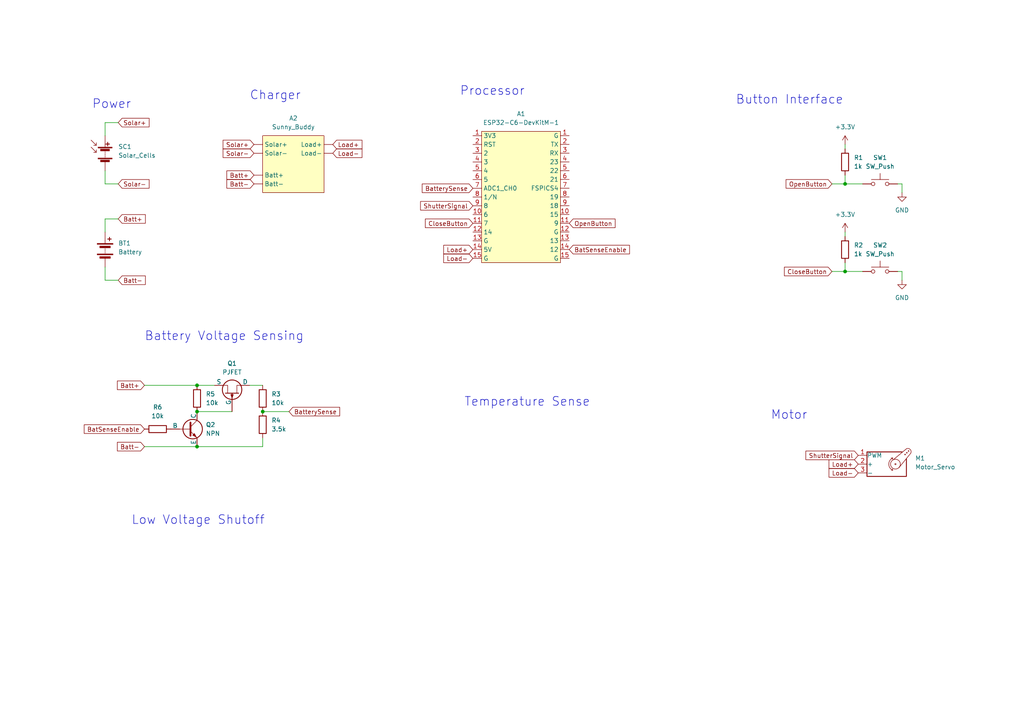
<source format=kicad_sch>
(kicad_sch (version 20230121) (generator eeschema)
  (paper "A4")
  (lib_symbols
    (symbol "Device:Battery" (pin_numbers hide) (pin_names (offset 0) hide)
      (property "Reference" "BT" (at 2.54 2.54 0))
      (property "Value" "Battery" (at 2.54 0 0))
      (symbol "Battery_0_1"
        (rectangle (start -2.286 -1.27) (end 2.286 -1.524) (fill (type outline)))
        (rectangle (start -2.286 1.778) (end 2.286 1.524) (fill (type outline)))
        (rectangle (start -1.524 -2.032) (end 1.524 -2.54) (fill (type outline)))
        (rectangle (start -1.524 1.016) (end 1.524 0.508) (fill (type outline)))
        (polyline (pts (xy 0 -1.016) (xy 0 -0.762)))
        (polyline (pts (xy 0 -0.508) (xy 0 -0.254)))
        (polyline (pts (xy 0 0) (xy 0 0.254)))
        (polyline (pts (xy 0 1.778) (xy 0 2.54)))
        (polyline (pts (xy 0.762 3.048) (xy 1.778 3.048)) (stroke (width 0.254)))
        (polyline (pts (xy 1.27 3.556) (xy 1.27 2.54)) (stroke (width 0.254)))
      )
      (symbol "Battery_1_1"
        (pin passive line (at 0 5.08 270) (length 2.54) (name "+") (number "1"))
        (pin passive line (at 0 -5.08 90) (length 2.54) (name "-") (number "2"))
      )
    )
    (symbol "Device:R" (pin_numbers hide) (pin_names (offset 0))
      (property "Reference" "R" (at 2.032 0 90))
      (property "Value" "R" (at 0 0 90))
      (symbol "R_0_1"
        (rectangle (start -1.016 -2.54) (end 1.016 2.54) (stroke (width 0.254)))
      )
      (symbol "R_1_1"
        (pin passive line (at 0 3.81 270) (length 1.27) (name "~") (number "1"))
        (pin passive line (at 0 -3.81 90) (length 1.27) (name "~") (number "2"))
      )
    )
    (symbol "Device:Solar_Cells" (pin_numbers hide) (pin_names (offset 0) hide)
      (property "Reference" "SC" (at 2.54 2.54 0))
      (property "Value" "Solar_Cells" (at 2.54 0 0))
      (symbol "Solar_Cells_0_1"
        (rectangle (start -2.032 -1.397) (end 2.032 -1.651) (fill (type outline)))
        (rectangle (start -2.032 1.778) (end 2.032 1.524) (fill (type outline)))
        (rectangle (start -1.3208 -1.9812) (end 1.27 -2.4892) (fill (type outline)))
        (rectangle (start -1.3208 1.1938) (end 1.27 0.6858) (fill (type outline)))
        (polyline (pts (xy -2.54 0.254) (xy -4.064 1.778)))
        (polyline (pts (xy -2.54 2.286) (xy -4.064 3.81)))
        (polyline (pts (xy 0 -1.524) (xy 0 -1.27)))
        (polyline (pts (xy 0 -1.016) (xy 0 -0.762)))
        (polyline (pts (xy 0 -0.508) (xy 0 -0.254)))
        (polyline (pts (xy 0 0) (xy 0 0.254)))
        (polyline (pts (xy 0 0.508) (xy 0 0.762)))
        (polyline (pts (xy 0 1.778) (xy 0 2.54)))
        (polyline (pts (xy 0.254 2.667) (xy 1.27 2.667)) (stroke (width 0.254)))
        (polyline (pts (xy 0.762 3.175) (xy 0.762 2.159)) (stroke (width 0.254)))
        (polyline (pts (xy -2.54 1.016) (xy -2.54 0.254) (xy -3.302 0.254)))
        (polyline (pts (xy -2.54 3.048) (xy -2.54 2.286) (xy -3.302 2.286)))
      )
      (symbol "Solar_Cells_1_1"
        (pin passive line (at 0 5.08 270) (length 2.54) (name "+") (number "1"))
        (pin passive line (at 0 -5.08 90) (length 2.54) (name "-") (number "2"))
      )
    )
    (symbol "Motor:Motor_Servo" (pin_names (offset 0.0254))
      (property "Reference" "M" (at -5.08 4.445 0))
      (property "Value" "Motor_Servo" (at -5.08 -4.064 0))
      (symbol "Motor_Servo_0_1"
        (polyline (pts (xy 2.413 -1.778) (xy 2.032 -1.778)))
        (polyline (pts (xy 2.413 -1.778) (xy 2.286 -1.397)))
        (polyline (pts (xy 2.413 1.778) (xy 1.905 1.778)))
        (polyline (pts (xy 2.413 1.778) (xy 2.286 1.397)))
        (polyline (pts (xy 6.35 4.445) (xy 2.54 1.27)))
        (polyline (pts (xy 7.62 3.175) (xy 4.191 -1.016)))
        (polyline (pts (xy 5.08 3.556) (xy -5.08 3.556) (xy -5.08 -3.556) (xy 6.35 -3.556) (xy 6.35 1.524)) (stroke (width 0.254)))
        (arc (start 2.413 1.778) (mid 1.2406 0) (end 2.413 -1.778))
        (circle (center 3.175 0) (radius 0.1778))
        (circle (center 3.175 0) (radius 1.4224))
        (circle (center 5.969 2.794) (radius 0.127))
        (circle (center 6.477 3.302) (radius 0.127))
        (circle (center 6.985 3.81) (radius 0.127))
        (arc (start 7.62 3.175) (mid 7.4485 4.2735) (end 6.35 4.445))
      )
      (symbol "Motor_Servo_1_1"
        (pin passive line (at -7.62 2.54 0) (length 2.54) (name "PWM") (number "1"))
        (pin passive line (at -7.62 0 0) (length 2.54) (name "+") (number "2"))
        (pin passive line (at -7.62 -2.54 0) (length 2.54) (name "-") (number "3"))
      )
    )
    (symbol "Simulation_SPICE:NPN" (pin_numbers hide) (pin_names (offset 0))
      (property "Reference" "Q" (at -2.54 7.62 0))
      (property "Value" "NPN" (at -2.54 5.08 0))
      (symbol "NPN_0_1"
        (polyline (pts (xy -2.54 0) (xy 0.635 0)) (stroke (width 0.1524)))
        (polyline (pts (xy 0.635 0.635) (xy 2.54 2.54)))
        (polyline (pts (xy 2.794 -1.27) (xy 2.794 -1.27)) (stroke (width 0.1524)))
        (polyline (pts (xy 2.794 -1.27) (xy 2.794 -1.27)) (stroke (width 0.1524)))
        (polyline (pts (xy 0.635 -0.635) (xy 2.54 -2.54) (xy 2.54 -2.54)))
        (polyline (pts (xy 0.635 1.905) (xy 0.635 -1.905) (xy 0.635 -1.905)) (stroke (width 0.508)))
        (polyline (pts (xy 1.27 -1.778) (xy 1.778 -1.27) (xy 2.286 -2.286) (xy 1.27 -1.778) (xy 1.27 -1.778)) (fill (type outline)))
        (circle (center 1.27 0) (radius 2.8194) (stroke (width 0.254)))
      )
      (symbol "NPN_1_1"
        (pin open_collector line (at 2.54 5.08 270) (length 2.54) (name "C") (number "1"))
        (pin input line (at -5.08 0 0) (length 2.54) (name "B") (number "2"))
        (pin open_emitter line (at 2.54 -5.08 90) (length 2.54) (name "E") (number "3"))
      )
    )
    (symbol "Simulation_SPICE:PJFET" (pin_numbers hide) (pin_names (offset 0))
      (property "Reference" "Q" (at 5.08 1.27 0))
      (property "Value" "PJFET" (at 5.08 -1.27 0))
      (symbol "PJFET_0_1"
        (polyline (pts (xy 0.254 1.905) (xy 0.254 -1.905) (xy 0.254 -1.905)) (stroke (width 0.254)))
        (polyline (pts (xy 2.54 -2.54) (xy 2.54 -1.27) (xy 0.254 -1.27)))
        (polyline (pts (xy 2.54 2.54) (xy 2.54 1.397) (xy 0.254 1.397)))
        (polyline (pts (xy -1.143 0) (xy -0.127 0.381) (xy -0.127 -0.381) (xy -1.143 0)) (fill (type outline)))
        (circle (center 1.27 0) (radius 2.8194) (stroke (width 0.254)))
      )
      (symbol "PJFET_1_1"
        (pin passive line (at 2.54 5.08 270) (length 2.54) (name "D") (number "1"))
        (pin input line (at -5.08 0 0) (length 5.334) (name "G") (number "2"))
        (pin passive line (at 2.54 -5.08 90) (length 2.54) (name "S") (number "3"))
      )
    )
    (symbol "Switch:SW_Push" (pin_numbers hide) (pin_names (offset 1.016) hide)
      (property "Reference" "SW" (at 1.27 2.54 0))
      (property "Value" "SW_Push" (at 0 -1.524 0))
      (symbol "SW_Push_0_1"
        (circle (center -2.032 0) (radius 0.508))
        (polyline (pts (xy 0 1.27) (xy 0 3.048)))
        (polyline (pts (xy 2.54 1.27) (xy -2.54 1.27)))
        (circle (center 2.032 0) (radius 0.508))
        (pin passive line (at -5.08 0 0) (length 2.54) (name "1") (number "1"))
        (pin passive line (at 5.08 0 180) (length 2.54) (name "2") (number "2"))
      )
    )
    (symbol "library:ESP32-C6-DevKitM-1"
      (property "Reference" "A" (at -10.16 20.32 0))
      (property "Value" "ESP32-C6-DevKitM-1" (at 0 -20.32 0))
      (symbol "ESP32-C6-DevKitM-1_1_1"
        (rectangle (start -11.43 19.05) (end 11.43 -19.05) (fill (type background)))
        (pin power_out line (at -13.97 17.78 0) (length 2.54) (name "3V3") (number "1"))
        (pin power_in line (at 13.9615 17.8022 180) (length 2.54) (name "G") (number "1"))
        (pin tri_state line (at 13.9615 -5.0578 180) (length 2.54) (name "15") (number "10"))
        (pin tri_state line (at -13.97 -5.08 0) (length 2.54) (name "6") (number "10"))
        (pin tri_state line (at -13.97 -7.62 0) (length 2.54) (name "7") (number "11"))
        (pin tri_state line (at 13.9615 -7.5978 180) (length 2.54) (name "9") (number "11"))
        (pin tri_state line (at -13.97 -10.16 0) (length 2.54) (name "14") (number "12"))
        (pin power_in line (at 13.9615 -10.1378 180) (length 2.54) (name "G") (number "12"))
        (pin tri_state line (at 13.9615 -12.6778 180) (length 2.54) (name "13") (number "13"))
        (pin power_in line (at -13.97 -12.7 0) (length 2.54) (name "G") (number "13"))
        (pin tri_state line (at 13.9615 -15.2178 180) (length 2.54) (name "12") (number "14"))
        (pin power_out line (at -13.97 -15.24 0) (length 2.54) (name "5V") (number "14"))
        (pin power_in line (at -13.97 -17.78 0) (length 2.54) (name "G") (number "15"))
        (pin power_in line (at 13.97 -17.78 180) (length 2.54) (name "G") (number "15"))
        (pin input line (at -13.97 15.24 0) (length 2.54) (name "RST") (number "2"))
        (pin tri_state line (at 13.9615 15.2622 180) (length 2.54) (name "TX") (number "2"))
        (pin tri_state line (at -13.97 12.7 0) (length 2.54) (name "2") (number "3"))
        (pin tri_state line (at 13.9615 12.7222 180) (length 2.54) (name "RX") (number "3"))
        (pin tri_state line (at 13.9615 10.1822 180) (length 2.54) (name "23") (number "4"))
        (pin tri_state line (at -13.97 10.16 0) (length 2.54) (name "3") (number "4"))
        (pin tri_state line (at 13.9615 7.6422 180) (length 2.54) (name "22") (number "5"))
        (pin tri_state line (at -13.97 7.62 0) (length 2.54) (name "4") (number "5"))
        (pin tri_state line (at 13.9615 5.1022 180) (length 2.54) (name "21") (number "6"))
        (pin tri_state line (at -13.97 5.08 0) (length 2.54) (name "5") (number "6"))
        (pin tri_state line (at -13.97 2.54 0) (length 2.54) (name "0/N") (number "7") (alternate "ADC1_CH0" tri_state line))
        (pin tri_state line (at 13.9615 2.5622 180) (length 2.54) (name "20") (number "7"))
        (pin tri_state line (at -13.97 0 0) (length 2.54) (name "1/N") (number "8"))
        (pin tri_state line (at 13.9615 0.0222 180) (length 2.54) (name "19") (number "8"))
        (pin tri_state line (at 13.9615 -2.5178 180) (length 2.54) (name "18") (number "9") (alternate "" input line))
        (pin tri_state line (at -13.97 -2.54 0) (length 2.54) (name "8") (number "9"))
      )
    )
    (symbol "library:Sunny_Buddy"
      (property "Reference" "A2" (at 0 12.7 0))
      (property "Value" "Sunny_Buddy" (at 0 10.16 0))
      (symbol "Sunny_Buddy_1_1"
        (rectangle (start -8.89 7.62) (end 8.89 -8.89) (fill (type background)))
        (pin power_out line (at -11.43 -3.81 0) (length 2.54) (name "Batt+") (number ""))
        (pin power_out line (at -11.43 -6.35 0) (length 2.54) (name "Batt-") (number ""))
        (pin power_out line (at 11.43 5.08 180) (length 2.54) (name "Load+") (number ""))
        (pin power_out line (at 11.43 2.54 180) (length 2.54) (name "Load-") (number ""))
        (pin power_in line (at -11.43 5.08 0) (length 2.54) (name "Solar+") (number ""))
        (pin power_in line (at -11.43 2.54 0) (length 2.54) (name "Solar-") (number ""))
      )
    )
    (symbol "power:+3.3V" (power) (pin_names (offset 0))
      (property "Value" "+3.3V" (at 0 3.556 0))
      (symbol "+3.3V_0_1"
        (polyline (pts (xy -0.762 1.27) (xy 0 2.54)))
        (polyline (pts (xy 0 0) (xy 0 2.54)))
        (polyline (pts (xy 0 2.54) (xy 0.762 1.27)))
      )
      (symbol "+3.3V_1_1"
        (pin power_in line (at 0 0 90) (length 0) hide (name "+3.3V") (number "1"))
      )
    )
    (symbol "power:GND" (power) (pin_names (offset 0))
      (property "Value" "GND" (at 0 -3.81 0))
      (symbol "GND_0_1"
        (polyline (pts (xy 0 0) (xy 0 -1.27) (xy 1.27 -1.27) (xy 0 -2.54) (xy -1.27 -1.27) (xy 0 -1.27)))
      )
      (symbol "GND_1_1"
        (pin power_in line (at 0 0 270) (length 0) hide (name "GND") (number "1"))
      )
    )
  )
  (junction (at 245.11 53.34))
  (junction (at 57.15 111.76))
  (junction (at 57.15 129.54))
  (junction (at 57.15 119.38))
  (junction (at 245.11 78.74))
  (junction (at 76.2 119.38))
  (wire (pts (xy 261.62 53.34) (xy 260.35 53.34)))
  (wire (pts (xy 245.11 78.74) (xy 250.19 78.74)))
  (wire (pts (xy 245.11 76.2) (xy 245.11 78.74)))
  (wire (pts (xy 57.15 111.76) (xy 62.23 111.76)))
  (wire (pts (xy 30.48 63.5) (xy 34.29 63.5)))
  (wire (pts (xy 261.62 78.74) (xy 260.35 78.74)))
  (wire (pts (xy 30.48 53.34) (xy 34.29 53.34)))
  (wire (pts (xy 76.2 129.54) (xy 76.2 127)))
  (wire (pts (xy 34.29 81.28) (xy 30.48 81.28)))
  (wire (pts (xy 34.29 35.56) (xy 30.48 35.56)))
  (wire (pts (xy 261.62 55.88) (xy 261.62 53.34)))
  (wire (pts (xy 30.48 77.47) (xy 30.48 81.28)))
  (wire (pts (xy 72.39 111.76) (xy 76.2 111.76)))
  (wire (pts (xy 57.15 119.38) (xy 67.31 119.38)))
  (wire (pts (xy 245.11 53.34) (xy 250.19 53.34)))
  (wire (pts (xy 76.2 119.38) (xy 83.82 119.38)))
  (wire (pts (xy 57.15 129.54) (xy 76.2 129.54)))
  (wire (pts (xy 245.11 41.91) (xy 245.11 43.18)))
  (wire (pts (xy 241.3 78.74) (xy 245.11 78.74)))
  (wire (pts (xy 30.48 67.31) (xy 30.48 63.5)))
  (wire (pts (xy 245.11 50.8) (xy 245.11 53.34)))
  (wire (pts (xy 41.91 129.54) (xy 57.15 129.54)))
  (wire (pts (xy 261.62 81.28) (xy 261.62 78.74)))
  (wire (pts (xy 30.48 35.56) (xy 30.48 39.37)))
  (wire (pts (xy 41.91 111.76) (xy 57.15 111.76)))
  (wire (pts (xy 245.11 67.31) (xy 245.11 68.58)))
  (wire (pts (xy 241.3 53.34) (xy 245.11 53.34)))
  (wire (pts (xy 30.48 49.53) (xy 30.48 53.34)))
  (text "Battery Voltage Sensing" (at 41.91 99.06 0) (effects (font (size 2.54 2.54)) (justify left bottom)))
  (text "Button Interface" (at 213.36 30.48 0) (effects (font (size 2.54 2.54)) (justify left bottom)))
  (text "Low Voltage Shutoff" (at 38.1 152.4 0) (effects (font (size 2.54 2.54)) (justify left bottom)))
  (text "Power" (at 26.67 31.75 0) (effects (font (size 2.54 2.54)) (justify left bottom)))
  (text "Processor" (at 133.35 27.94 0) (effects (font (size 2.54 2.54)) (justify left bottom)))
  (text "Temperature Sense" (at 134.62 118.11 0) (effects (font (size 2.54 2.54)) (justify left bottom)))
  (text "Charger" (at 72.39 29.21 0) (effects (font (size 2.54 2.54)) (justify left bottom)))
  (text "Motor" (at 223.52 121.92 0) (effects (font (size 2.54 2.54)) (justify left bottom)))
  (global_label "Load+" (shape input) (at 137.16 72.39 180) (property "Intersheetrefs" "${INTERSHEET_REFS}" (effects hide)))
  (global_label "Batt+" (shape input) (at 73.66 50.8 180) (property "Intersheetrefs" "${INTERSHEET_REFS}" (effects hide)))
  (global_label "Batt-" (shape input) (at 73.66 53.34 180) (property "Intersheetrefs" "${INTERSHEET_REFS}" (effects hide)))
  (global_label "OpenButton" (shape input) (at 241.3 53.34 180) (property "Intersheetrefs" "${INTERSHEET_REFS}" (effects hide)))
  (global_label "Load+" (shape input) (at 248.92 134.62 180) (property "Intersheetrefs" "${INTERSHEET_REFS}" (effects hide)))
  (global_label "Solar+" (shape input) (at 34.29 35.56 0) (property "Intersheetrefs" "${INTERSHEET_REFS}" (effects hide)))
  (global_label "Solar+" (shape input) (at 73.66 41.91 180) (property "Intersheetrefs" "${INTERSHEET_REFS}" (effects hide)))
  (global_label "OpenButton" (shape input) (at 165.1 64.77 0) (property "Intersheetrefs" "${INTERSHEET_REFS}" (effects hide)))
  (global_label "Batt-" (shape input) (at 41.91 129.54 180) (property "Intersheetrefs" "${INTERSHEET_REFS}" (effects hide)))
  (global_label "Batt-" (shape input) (at 34.29 81.28 0) (property "Intersheetrefs" "${INTERSHEET_REFS}" (effects hide)))
  (global_label "BatterySense" (shape input) (at 83.82 119.38 0) (property "Intersheetrefs" "${INTERSHEET_REFS}" (effects hide)))
  (global_label "BatSenseEnable" (shape input) (at 165.1 72.39 0) (property "Intersheetrefs" "${INTERSHEET_REFS}" (effects hide)))
  (global_label "CloseButton" (shape input) (at 137.16 64.77 180) (property "Intersheetrefs" "${INTERSHEET_REFS}" (effects hide)))
  (global_label "CloseButton" (shape input) (at 241.3 78.74 180) (property "Intersheetrefs" "${INTERSHEET_REFS}" (effects hide)))
  (global_label "ShutterSignal" (shape input) (at 137.16 59.69 180) (property "Intersheetrefs" "${INTERSHEET_REFS}" (effects hide)))
  (global_label "Solar-" (shape input) (at 73.66 44.45 180) (property "Intersheetrefs" "${INTERSHEET_REFS}" (effects hide)))
  (global_label "BatSenseEnable" (shape input) (at 41.91 124.46 180) (property "Intersheetrefs" "${INTERSHEET_REFS}" (effects hide)))
  (global_label "Load+" (shape input) (at 96.52 41.91 0) (property "Intersheetrefs" "${INTERSHEET_REFS}" (effects hide)))
  (global_label "Load-" (shape input) (at 248.92 137.16 180) (property "Intersheetrefs" "${INTERSHEET_REFS}" (effects hide)))
  (global_label "Load-" (shape input) (at 137.16 74.93 180) (property "Intersheetrefs" "${INTERSHEET_REFS}" (effects hide)))
  (global_label "BatterySense" (shape input) (at 137.16 54.61 180) (property "Intersheetrefs" "${INTERSHEET_REFS}" (effects hide)))
  (global_label "Solar-" (shape input) (at 34.29 53.34 0) (property "Intersheetrefs" "${INTERSHEET_REFS}" (effects hide)))
  (global_label "Load-" (shape input) (at 96.52 44.45 0) (property "Intersheetrefs" "${INTERSHEET_REFS}" (effects hide)))
  (global_label "Batt+" (shape input) (at 41.91 111.76 180) (property "Intersheetrefs" "${INTERSHEET_REFS}" (effects hide)))
  (global_label "Batt+" (shape input) (at 34.29 63.5 0) (property "Intersheetrefs" "${INTERSHEET_REFS}" (effects hide)))
  (global_label "ShutterSignal" (shape input) (at 248.92 132.08 180) (property "Intersheetrefs" "${INTERSHEET_REFS}" (effects hide)))
  (symbol (lib_id "library:ESP32-C6-DevKitM-1") (at 151.13 57.15 0) (unit 1)
    (property "Reference" "A1" (at 151.13 33.02 0))
    (property "Value" "ESP32-C6-DevKitM-1" (at 151.13 35.56 0))
    (pin "7" (alternate "ADC1_CH0"))
  )
  (symbol (lib_id "library:Sunny_Buddy") (at 85.09 46.99 0) (unit 1)
    (property "Reference" "A2" (at 85.09 34.29 0))
    (property "Value" "Sunny_Buddy" (at 85.09 36.83 0))
  )
  (symbol (lib_id "power:+3.3V") (at 245.11 41.91 0) (unit 1)
    (property "Reference" "#PWR04" (effects hide))
    (property "Value" "+3.3V" (at 245.11 36.83 0))
  )
  (symbol (lib_id "Device:Solar_Cells") (at 30.48 44.45 0) (unit 1)
    (property "Reference" "SC1" (at 34.29 42.545 0) (effects (justify left)))
    (property "Value" "Solar_Cells" (at 34.29 45.085 0) (effects (justify left)))
  )
  (symbol (lib_id "Device:R") (at 245.11 72.39 0) (unit 1)
    (property "Reference" "R2" (at 247.65 71.12 0) (effects (justify left)))
    (property "Value" "1k" (at 247.65 73.66 0) (effects (justify left)))
  )
  (symbol (lib_id "Device:R") (at 57.15 115.57 0) (unit 1)
    (property "Reference" "R5" (at 59.69 114.3 0) (effects (justify left)))
    (property "Value" "10k" (at 59.69 116.84 0) (effects (justify left)))
  )
  (symbol (lib_id "Device:R") (at 76.2 123.19 0) (unit 1)
    (property "Reference" "R4" (at 78.74 121.92 0) (effects (justify left)))
    (property "Value" "3.5k" (at 78.74 124.46 0) (effects (justify left)))
  )
  (symbol (lib_id "Switch:SW_Push") (at 255.27 78.74 0) (unit 1)
    (property "Reference" "SW2" (at 255.27 71.12 0))
    (property "Value" "SW_Push" (at 255.27 73.66 0))
  )
  (symbol (lib_id "Device:R") (at 45.72 124.46 90) (unit 1)
    (property "Reference" "R6" (at 45.72 118.11 90))
    (property "Value" "10k" (at 45.72 120.65 90))
  )
  (symbol (lib_id "Device:R") (at 245.11 46.99 0) (unit 1)
    (property "Reference" "R1" (at 247.65 45.72 0) (effects (justify left)))
    (property "Value" "1k" (at 247.65 48.26 0) (effects (justify left)))
  )
  (symbol (lib_id "Device:R") (at 76.2 115.57 0) (unit 1)
    (property "Reference" "R3" (at 78.74 114.3 0) (effects (justify left)))
    (property "Value" "10k" (at 78.74 116.84 0) (effects (justify left)))
  )
  (symbol (lib_id "Motor:Motor_Servo") (at 256.54 134.62 0) (unit 1)
    (property "Reference" "M1" (at 265.43 132.9166 0) (effects (justify left)))
    (property "Value" "Motor_Servo" (at 265.43 135.4566 0) (effects (justify left)))
    (property "Datasheet" "http://forums.parallax.com/uploads/attachments/46831/74481.png" (effects hide))
  )
  (symbol (lib_id "Simulation_SPICE:PJFET") (at 67.31 114.3 270) (mirror x) (unit 1)
    (property "Reference" "Q1" (at 67.31 105.41 90))
    (property "Value" "PJFET" (at 67.31 107.95 90))
    (property "Sim.Device" "PJFET" (effects hide))
    (property "Sim.Type" "SHICHMANHODGES" (effects hide))
    (property "Sim.Pins" "1=D 2=G 3=S" (effects hide))
  )
  (symbol (lib_id "Switch:SW_Push") (at 255.27 53.34 0) (unit 1)
    (property "Reference" "SW1" (at 255.27 45.72 0))
    (property "Value" "SW_Push" (at 255.27 48.26 0))
  )
  (symbol (lib_id "power:GND") (at 261.62 55.88 0) (unit 1)
    (property "Reference" "#PWR01" (effects hide))
    (property "Value" "GND" (at 261.62 60.96 0))
  )
  (symbol (lib_id "power:+3.3V") (at 245.11 67.31 0) (unit 1)
    (property "Reference" "#PWR03" (effects hide))
    (property "Value" "+3.3V" (at 245.11 62.23 0))
  )
  (symbol (lib_id "Device:Battery") (at 30.48 72.39 0) (unit 1)
    (property "Reference" "BT1" (at 34.29 70.5485 0) (effects (justify left)))
    (property "Value" "Battery" (at 34.29 73.0885 0) (effects (justify left)))
  )
  (symbol (lib_id "power:GND") (at 261.62 81.28 0) (unit 1)
    (property "Reference" "#PWR02" (effects hide))
    (property "Value" "GND" (at 261.62 86.36 0))
  )
  (symbol (lib_id "Simulation_SPICE:NPN") (at 54.61 124.46 0) (unit 1)
    (property "Reference" "Q2" (at 59.69 123.19 0) (effects (justify left)))
    (property "Value" "NPN" (at 59.69 125.73 0) (effects (justify left)))
    (property "Sim.Device" "NPN" (effects hide))
    (property "Sim.Type" "GUMMELPOON" (effects hide))
    (property "Sim.Pins" "1=C 2=B 3=E" (effects hide))
  )
)
</source>
